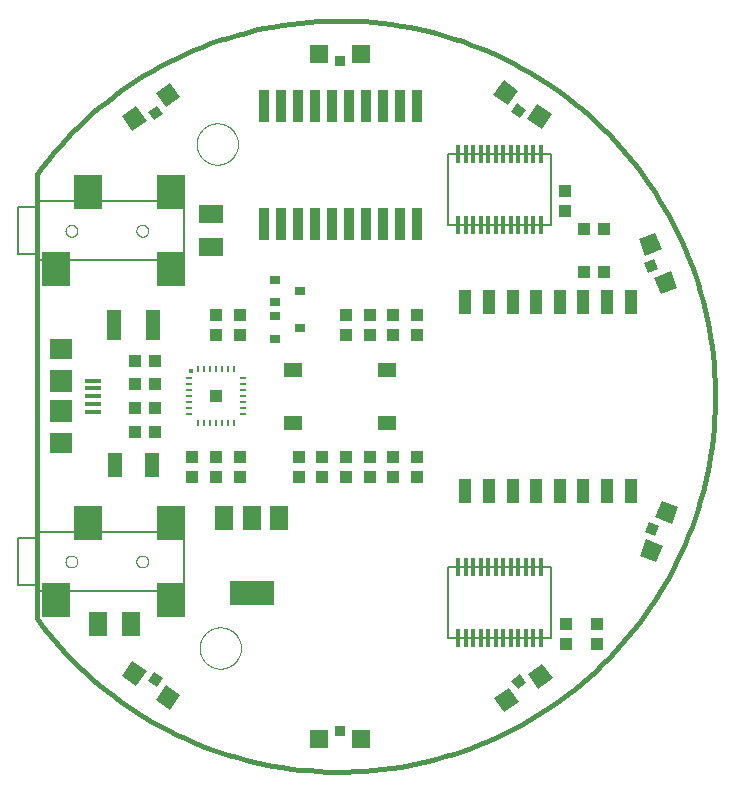
<source format=gtp>
G75*
%MOIN*%
%OFA0B0*%
%FSLAX25Y25*%
%IPPOS*%
%LPD*%
%AMOC8*
5,1,8,0,0,1.08239X$1,22.5*
%
%ADD10C,0.01600*%
%ADD11C,0.00000*%
%ADD12R,0.03937X0.04331*%
%ADD13R,0.04331X0.03937*%
%ADD14R,0.05906X0.07874*%
%ADD15R,0.14961X0.07874*%
%ADD16R,0.04724X0.07874*%
%ADD17R,0.03937X0.07874*%
%ADD18R,0.06102X0.05118*%
%ADD19R,0.05512X0.01378*%
%ADD20R,0.07480X0.07087*%
%ADD21R,0.07480X0.07480*%
%ADD22R,0.09449X0.11614*%
%ADD23C,0.00500*%
%ADD24R,0.03543X0.03543*%
%ADD25R,0.05906X0.05906*%
%ADD26R,0.03543X0.03543*%
%ADD27R,0.05906X0.05906*%
%ADD28R,0.02205X0.01024*%
%ADD29R,0.03937X0.03937*%
%ADD30R,0.01181X0.01181*%
%ADD31R,0.01024X0.02205*%
%ADD32R,0.04724X0.09843*%
%ADD33R,0.03543X0.11024*%
%ADD34R,0.01181X0.05906*%
%ADD35R,0.03543X0.03150*%
%ADD36R,0.07874X0.06299*%
%ADD37R,0.06299X0.07874*%
D10*
X0049772Y0066937D02*
X0049772Y0214969D01*
X0051614Y0217418D01*
X0053515Y0219821D01*
X0055474Y0222176D01*
X0057491Y0224483D01*
X0059563Y0226740D01*
X0061690Y0228946D01*
X0063871Y0231099D01*
X0066103Y0233198D01*
X0068386Y0235242D01*
X0070719Y0237229D01*
X0073099Y0239158D01*
X0075526Y0241029D01*
X0077998Y0242840D01*
X0080513Y0244589D01*
X0083071Y0246277D01*
X0085669Y0247901D01*
X0088306Y0249462D01*
X0090981Y0250957D01*
X0093691Y0252387D01*
X0096435Y0253749D01*
X0099212Y0255044D01*
X0102020Y0256271D01*
X0104857Y0257429D01*
X0107722Y0258517D01*
X0110612Y0259534D01*
X0113526Y0260481D01*
X0116463Y0261355D01*
X0119420Y0262158D01*
X0122396Y0262888D01*
X0125389Y0263545D01*
X0128397Y0264129D01*
X0131419Y0264638D01*
X0134452Y0265074D01*
X0137494Y0265435D01*
X0140545Y0265722D01*
X0143602Y0265934D01*
X0146663Y0266071D01*
X0149727Y0266133D01*
X0152791Y0266120D01*
X0155854Y0266032D01*
X0158913Y0265869D01*
X0161968Y0265632D01*
X0165016Y0265319D01*
X0168056Y0264932D01*
X0171085Y0264471D01*
X0174102Y0263936D01*
X0177105Y0263327D01*
X0180093Y0262645D01*
X0183062Y0261890D01*
X0186013Y0261062D01*
X0188942Y0260163D01*
X0191848Y0259192D01*
X0194730Y0258150D01*
X0197585Y0257038D01*
X0200412Y0255857D01*
X0203210Y0254606D01*
X0205976Y0253288D01*
X0208708Y0251902D01*
X0211407Y0250450D01*
X0214068Y0248932D01*
X0216692Y0247349D01*
X0219277Y0245703D01*
X0221820Y0243994D01*
X0224321Y0242223D01*
X0226777Y0240392D01*
X0229188Y0238501D01*
X0231552Y0236551D01*
X0233868Y0234544D01*
X0236133Y0232481D01*
X0238348Y0230364D01*
X0240510Y0228192D01*
X0242619Y0225969D01*
X0244672Y0223695D01*
X0246669Y0221370D01*
X0248608Y0218998D01*
X0250489Y0216579D01*
X0252310Y0214115D01*
X0254071Y0211607D01*
X0255769Y0209056D01*
X0257404Y0206465D01*
X0258976Y0203835D01*
X0260482Y0201167D01*
X0261923Y0198462D01*
X0263297Y0195724D01*
X0264604Y0192952D01*
X0265843Y0190149D01*
X0267012Y0187317D01*
X0268112Y0184457D01*
X0269142Y0181571D01*
X0270101Y0178661D01*
X0270988Y0175728D01*
X0271803Y0172774D01*
X0272546Y0169802D01*
X0273215Y0166811D01*
X0273811Y0163806D01*
X0274334Y0160787D01*
X0274782Y0157755D01*
X0275156Y0154714D01*
X0275456Y0151665D01*
X0275681Y0148609D01*
X0275831Y0145548D01*
X0275906Y0142485D01*
X0275906Y0139421D01*
X0275831Y0136358D01*
X0275681Y0133297D01*
X0275456Y0130241D01*
X0275156Y0127192D01*
X0274782Y0124151D01*
X0274334Y0121119D01*
X0273811Y0118100D01*
X0273215Y0115095D01*
X0272546Y0112104D01*
X0271803Y0109132D01*
X0270988Y0106178D01*
X0270101Y0103245D01*
X0269142Y0100335D01*
X0268112Y0097449D01*
X0267012Y0094589D01*
X0265843Y0091757D01*
X0264604Y0088954D01*
X0263297Y0086182D01*
X0261923Y0083444D01*
X0260482Y0080739D01*
X0258976Y0078071D01*
X0257404Y0075441D01*
X0255769Y0072850D01*
X0254071Y0070299D01*
X0252310Y0067791D01*
X0250489Y0065327D01*
X0248608Y0062908D01*
X0246669Y0060536D01*
X0244672Y0058211D01*
X0242619Y0055937D01*
X0240510Y0053714D01*
X0238348Y0051542D01*
X0236133Y0049425D01*
X0233868Y0047362D01*
X0231552Y0045355D01*
X0229188Y0043405D01*
X0226777Y0041514D01*
X0224321Y0039683D01*
X0221820Y0037912D01*
X0219277Y0036203D01*
X0216692Y0034557D01*
X0214068Y0032974D01*
X0211407Y0031456D01*
X0208708Y0030004D01*
X0205976Y0028618D01*
X0203210Y0027300D01*
X0200412Y0026049D01*
X0197585Y0024868D01*
X0194730Y0023756D01*
X0191848Y0022714D01*
X0188942Y0021743D01*
X0186013Y0020844D01*
X0183062Y0020016D01*
X0180093Y0019261D01*
X0177105Y0018579D01*
X0174102Y0017970D01*
X0171085Y0017435D01*
X0168056Y0016974D01*
X0165016Y0016587D01*
X0161968Y0016274D01*
X0158913Y0016037D01*
X0155854Y0015874D01*
X0152791Y0015786D01*
X0149727Y0015773D01*
X0146663Y0015835D01*
X0143602Y0015972D01*
X0140545Y0016184D01*
X0137494Y0016471D01*
X0134452Y0016832D01*
X0131419Y0017268D01*
X0128397Y0017777D01*
X0125389Y0018361D01*
X0122396Y0019018D01*
X0119420Y0019748D01*
X0116463Y0020551D01*
X0113526Y0021425D01*
X0110612Y0022372D01*
X0107722Y0023389D01*
X0104857Y0024477D01*
X0102020Y0025635D01*
X0099212Y0026862D01*
X0096435Y0028157D01*
X0093691Y0029519D01*
X0090981Y0030949D01*
X0088306Y0032444D01*
X0085669Y0034005D01*
X0083071Y0035629D01*
X0080513Y0037317D01*
X0077998Y0039066D01*
X0075526Y0040877D01*
X0073099Y0042748D01*
X0070719Y0044677D01*
X0068386Y0046664D01*
X0066103Y0048708D01*
X0063871Y0050807D01*
X0061690Y0052960D01*
X0059563Y0055166D01*
X0057491Y0057423D01*
X0055474Y0059730D01*
X0053515Y0062085D01*
X0051614Y0064488D01*
X0049772Y0066937D01*
D11*
X0059417Y0085835D02*
X0059419Y0085923D01*
X0059425Y0086011D01*
X0059435Y0086099D01*
X0059449Y0086187D01*
X0059466Y0086273D01*
X0059488Y0086359D01*
X0059513Y0086443D01*
X0059543Y0086527D01*
X0059575Y0086609D01*
X0059612Y0086689D01*
X0059652Y0086768D01*
X0059696Y0086845D01*
X0059743Y0086920D01*
X0059793Y0086992D01*
X0059847Y0087063D01*
X0059903Y0087130D01*
X0059963Y0087196D01*
X0060025Y0087258D01*
X0060091Y0087318D01*
X0060158Y0087374D01*
X0060229Y0087428D01*
X0060301Y0087478D01*
X0060376Y0087525D01*
X0060453Y0087569D01*
X0060532Y0087609D01*
X0060612Y0087646D01*
X0060694Y0087678D01*
X0060778Y0087708D01*
X0060862Y0087733D01*
X0060948Y0087755D01*
X0061034Y0087772D01*
X0061122Y0087786D01*
X0061210Y0087796D01*
X0061298Y0087802D01*
X0061386Y0087804D01*
X0061474Y0087802D01*
X0061562Y0087796D01*
X0061650Y0087786D01*
X0061738Y0087772D01*
X0061824Y0087755D01*
X0061910Y0087733D01*
X0061994Y0087708D01*
X0062078Y0087678D01*
X0062160Y0087646D01*
X0062240Y0087609D01*
X0062319Y0087569D01*
X0062396Y0087525D01*
X0062471Y0087478D01*
X0062543Y0087428D01*
X0062614Y0087374D01*
X0062681Y0087318D01*
X0062747Y0087258D01*
X0062809Y0087196D01*
X0062869Y0087130D01*
X0062925Y0087063D01*
X0062979Y0086992D01*
X0063029Y0086920D01*
X0063076Y0086845D01*
X0063120Y0086768D01*
X0063160Y0086689D01*
X0063197Y0086609D01*
X0063229Y0086527D01*
X0063259Y0086443D01*
X0063284Y0086359D01*
X0063306Y0086273D01*
X0063323Y0086187D01*
X0063337Y0086099D01*
X0063347Y0086011D01*
X0063353Y0085923D01*
X0063355Y0085835D01*
X0063353Y0085747D01*
X0063347Y0085659D01*
X0063337Y0085571D01*
X0063323Y0085483D01*
X0063306Y0085397D01*
X0063284Y0085311D01*
X0063259Y0085227D01*
X0063229Y0085143D01*
X0063197Y0085061D01*
X0063160Y0084981D01*
X0063120Y0084902D01*
X0063076Y0084825D01*
X0063029Y0084750D01*
X0062979Y0084678D01*
X0062925Y0084607D01*
X0062869Y0084540D01*
X0062809Y0084474D01*
X0062747Y0084412D01*
X0062681Y0084352D01*
X0062614Y0084296D01*
X0062543Y0084242D01*
X0062471Y0084192D01*
X0062396Y0084145D01*
X0062319Y0084101D01*
X0062240Y0084061D01*
X0062160Y0084024D01*
X0062078Y0083992D01*
X0061994Y0083962D01*
X0061910Y0083937D01*
X0061824Y0083915D01*
X0061738Y0083898D01*
X0061650Y0083884D01*
X0061562Y0083874D01*
X0061474Y0083868D01*
X0061386Y0083866D01*
X0061298Y0083868D01*
X0061210Y0083874D01*
X0061122Y0083884D01*
X0061034Y0083898D01*
X0060948Y0083915D01*
X0060862Y0083937D01*
X0060778Y0083962D01*
X0060694Y0083992D01*
X0060612Y0084024D01*
X0060532Y0084061D01*
X0060453Y0084101D01*
X0060376Y0084145D01*
X0060301Y0084192D01*
X0060229Y0084242D01*
X0060158Y0084296D01*
X0060091Y0084352D01*
X0060025Y0084412D01*
X0059963Y0084474D01*
X0059903Y0084540D01*
X0059847Y0084607D01*
X0059793Y0084678D01*
X0059743Y0084750D01*
X0059696Y0084825D01*
X0059652Y0084902D01*
X0059612Y0084981D01*
X0059575Y0085061D01*
X0059543Y0085143D01*
X0059513Y0085227D01*
X0059488Y0085311D01*
X0059466Y0085397D01*
X0059449Y0085483D01*
X0059435Y0085571D01*
X0059425Y0085659D01*
X0059419Y0085747D01*
X0059417Y0085835D01*
X0083039Y0085835D02*
X0083041Y0085923D01*
X0083047Y0086011D01*
X0083057Y0086099D01*
X0083071Y0086187D01*
X0083088Y0086273D01*
X0083110Y0086359D01*
X0083135Y0086443D01*
X0083165Y0086527D01*
X0083197Y0086609D01*
X0083234Y0086689D01*
X0083274Y0086768D01*
X0083318Y0086845D01*
X0083365Y0086920D01*
X0083415Y0086992D01*
X0083469Y0087063D01*
X0083525Y0087130D01*
X0083585Y0087196D01*
X0083647Y0087258D01*
X0083713Y0087318D01*
X0083780Y0087374D01*
X0083851Y0087428D01*
X0083923Y0087478D01*
X0083998Y0087525D01*
X0084075Y0087569D01*
X0084154Y0087609D01*
X0084234Y0087646D01*
X0084316Y0087678D01*
X0084400Y0087708D01*
X0084484Y0087733D01*
X0084570Y0087755D01*
X0084656Y0087772D01*
X0084744Y0087786D01*
X0084832Y0087796D01*
X0084920Y0087802D01*
X0085008Y0087804D01*
X0085096Y0087802D01*
X0085184Y0087796D01*
X0085272Y0087786D01*
X0085360Y0087772D01*
X0085446Y0087755D01*
X0085532Y0087733D01*
X0085616Y0087708D01*
X0085700Y0087678D01*
X0085782Y0087646D01*
X0085862Y0087609D01*
X0085941Y0087569D01*
X0086018Y0087525D01*
X0086093Y0087478D01*
X0086165Y0087428D01*
X0086236Y0087374D01*
X0086303Y0087318D01*
X0086369Y0087258D01*
X0086431Y0087196D01*
X0086491Y0087130D01*
X0086547Y0087063D01*
X0086601Y0086992D01*
X0086651Y0086920D01*
X0086698Y0086845D01*
X0086742Y0086768D01*
X0086782Y0086689D01*
X0086819Y0086609D01*
X0086851Y0086527D01*
X0086881Y0086443D01*
X0086906Y0086359D01*
X0086928Y0086273D01*
X0086945Y0086187D01*
X0086959Y0086099D01*
X0086969Y0086011D01*
X0086975Y0085923D01*
X0086977Y0085835D01*
X0086975Y0085747D01*
X0086969Y0085659D01*
X0086959Y0085571D01*
X0086945Y0085483D01*
X0086928Y0085397D01*
X0086906Y0085311D01*
X0086881Y0085227D01*
X0086851Y0085143D01*
X0086819Y0085061D01*
X0086782Y0084981D01*
X0086742Y0084902D01*
X0086698Y0084825D01*
X0086651Y0084750D01*
X0086601Y0084678D01*
X0086547Y0084607D01*
X0086491Y0084540D01*
X0086431Y0084474D01*
X0086369Y0084412D01*
X0086303Y0084352D01*
X0086236Y0084296D01*
X0086165Y0084242D01*
X0086093Y0084192D01*
X0086018Y0084145D01*
X0085941Y0084101D01*
X0085862Y0084061D01*
X0085782Y0084024D01*
X0085700Y0083992D01*
X0085616Y0083962D01*
X0085532Y0083937D01*
X0085446Y0083915D01*
X0085360Y0083898D01*
X0085272Y0083884D01*
X0085184Y0083874D01*
X0085096Y0083868D01*
X0085008Y0083866D01*
X0084920Y0083868D01*
X0084832Y0083874D01*
X0084744Y0083884D01*
X0084656Y0083898D01*
X0084570Y0083915D01*
X0084484Y0083937D01*
X0084400Y0083962D01*
X0084316Y0083992D01*
X0084234Y0084024D01*
X0084154Y0084061D01*
X0084075Y0084101D01*
X0083998Y0084145D01*
X0083923Y0084192D01*
X0083851Y0084242D01*
X0083780Y0084296D01*
X0083713Y0084352D01*
X0083647Y0084412D01*
X0083585Y0084474D01*
X0083525Y0084540D01*
X0083469Y0084607D01*
X0083415Y0084678D01*
X0083365Y0084750D01*
X0083318Y0084825D01*
X0083274Y0084902D01*
X0083234Y0084981D01*
X0083197Y0085061D01*
X0083165Y0085143D01*
X0083135Y0085227D01*
X0083110Y0085311D01*
X0083088Y0085397D01*
X0083071Y0085483D01*
X0083057Y0085571D01*
X0083047Y0085659D01*
X0083041Y0085747D01*
X0083039Y0085835D01*
X0104110Y0057000D02*
X0104112Y0057169D01*
X0104118Y0057338D01*
X0104129Y0057507D01*
X0104143Y0057675D01*
X0104162Y0057843D01*
X0104185Y0058011D01*
X0104211Y0058178D01*
X0104242Y0058344D01*
X0104277Y0058510D01*
X0104316Y0058674D01*
X0104360Y0058838D01*
X0104407Y0059000D01*
X0104458Y0059161D01*
X0104513Y0059321D01*
X0104572Y0059480D01*
X0104634Y0059637D01*
X0104701Y0059792D01*
X0104772Y0059946D01*
X0104846Y0060098D01*
X0104924Y0060248D01*
X0105005Y0060396D01*
X0105090Y0060542D01*
X0105179Y0060686D01*
X0105271Y0060828D01*
X0105367Y0060967D01*
X0105466Y0061104D01*
X0105568Y0061239D01*
X0105674Y0061371D01*
X0105783Y0061500D01*
X0105895Y0061627D01*
X0106010Y0061751D01*
X0106128Y0061872D01*
X0106249Y0061990D01*
X0106373Y0062105D01*
X0106500Y0062217D01*
X0106629Y0062326D01*
X0106761Y0062432D01*
X0106896Y0062534D01*
X0107033Y0062633D01*
X0107172Y0062729D01*
X0107314Y0062821D01*
X0107458Y0062910D01*
X0107604Y0062995D01*
X0107752Y0063076D01*
X0107902Y0063154D01*
X0108054Y0063228D01*
X0108208Y0063299D01*
X0108363Y0063366D01*
X0108520Y0063428D01*
X0108679Y0063487D01*
X0108839Y0063542D01*
X0109000Y0063593D01*
X0109162Y0063640D01*
X0109326Y0063684D01*
X0109490Y0063723D01*
X0109656Y0063758D01*
X0109822Y0063789D01*
X0109989Y0063815D01*
X0110157Y0063838D01*
X0110325Y0063857D01*
X0110493Y0063871D01*
X0110662Y0063882D01*
X0110831Y0063888D01*
X0111000Y0063890D01*
X0111169Y0063888D01*
X0111338Y0063882D01*
X0111507Y0063871D01*
X0111675Y0063857D01*
X0111843Y0063838D01*
X0112011Y0063815D01*
X0112178Y0063789D01*
X0112344Y0063758D01*
X0112510Y0063723D01*
X0112674Y0063684D01*
X0112838Y0063640D01*
X0113000Y0063593D01*
X0113161Y0063542D01*
X0113321Y0063487D01*
X0113480Y0063428D01*
X0113637Y0063366D01*
X0113792Y0063299D01*
X0113946Y0063228D01*
X0114098Y0063154D01*
X0114248Y0063076D01*
X0114396Y0062995D01*
X0114542Y0062910D01*
X0114686Y0062821D01*
X0114828Y0062729D01*
X0114967Y0062633D01*
X0115104Y0062534D01*
X0115239Y0062432D01*
X0115371Y0062326D01*
X0115500Y0062217D01*
X0115627Y0062105D01*
X0115751Y0061990D01*
X0115872Y0061872D01*
X0115990Y0061751D01*
X0116105Y0061627D01*
X0116217Y0061500D01*
X0116326Y0061371D01*
X0116432Y0061239D01*
X0116534Y0061104D01*
X0116633Y0060967D01*
X0116729Y0060828D01*
X0116821Y0060686D01*
X0116910Y0060542D01*
X0116995Y0060396D01*
X0117076Y0060248D01*
X0117154Y0060098D01*
X0117228Y0059946D01*
X0117299Y0059792D01*
X0117366Y0059637D01*
X0117428Y0059480D01*
X0117487Y0059321D01*
X0117542Y0059161D01*
X0117593Y0059000D01*
X0117640Y0058838D01*
X0117684Y0058674D01*
X0117723Y0058510D01*
X0117758Y0058344D01*
X0117789Y0058178D01*
X0117815Y0058011D01*
X0117838Y0057843D01*
X0117857Y0057675D01*
X0117871Y0057507D01*
X0117882Y0057338D01*
X0117888Y0057169D01*
X0117890Y0057000D01*
X0117888Y0056831D01*
X0117882Y0056662D01*
X0117871Y0056493D01*
X0117857Y0056325D01*
X0117838Y0056157D01*
X0117815Y0055989D01*
X0117789Y0055822D01*
X0117758Y0055656D01*
X0117723Y0055490D01*
X0117684Y0055326D01*
X0117640Y0055162D01*
X0117593Y0055000D01*
X0117542Y0054839D01*
X0117487Y0054679D01*
X0117428Y0054520D01*
X0117366Y0054363D01*
X0117299Y0054208D01*
X0117228Y0054054D01*
X0117154Y0053902D01*
X0117076Y0053752D01*
X0116995Y0053604D01*
X0116910Y0053458D01*
X0116821Y0053314D01*
X0116729Y0053172D01*
X0116633Y0053033D01*
X0116534Y0052896D01*
X0116432Y0052761D01*
X0116326Y0052629D01*
X0116217Y0052500D01*
X0116105Y0052373D01*
X0115990Y0052249D01*
X0115872Y0052128D01*
X0115751Y0052010D01*
X0115627Y0051895D01*
X0115500Y0051783D01*
X0115371Y0051674D01*
X0115239Y0051568D01*
X0115104Y0051466D01*
X0114967Y0051367D01*
X0114828Y0051271D01*
X0114686Y0051179D01*
X0114542Y0051090D01*
X0114396Y0051005D01*
X0114248Y0050924D01*
X0114098Y0050846D01*
X0113946Y0050772D01*
X0113792Y0050701D01*
X0113637Y0050634D01*
X0113480Y0050572D01*
X0113321Y0050513D01*
X0113161Y0050458D01*
X0113000Y0050407D01*
X0112838Y0050360D01*
X0112674Y0050316D01*
X0112510Y0050277D01*
X0112344Y0050242D01*
X0112178Y0050211D01*
X0112011Y0050185D01*
X0111843Y0050162D01*
X0111675Y0050143D01*
X0111507Y0050129D01*
X0111338Y0050118D01*
X0111169Y0050112D01*
X0111000Y0050110D01*
X0110831Y0050112D01*
X0110662Y0050118D01*
X0110493Y0050129D01*
X0110325Y0050143D01*
X0110157Y0050162D01*
X0109989Y0050185D01*
X0109822Y0050211D01*
X0109656Y0050242D01*
X0109490Y0050277D01*
X0109326Y0050316D01*
X0109162Y0050360D01*
X0109000Y0050407D01*
X0108839Y0050458D01*
X0108679Y0050513D01*
X0108520Y0050572D01*
X0108363Y0050634D01*
X0108208Y0050701D01*
X0108054Y0050772D01*
X0107902Y0050846D01*
X0107752Y0050924D01*
X0107604Y0051005D01*
X0107458Y0051090D01*
X0107314Y0051179D01*
X0107172Y0051271D01*
X0107033Y0051367D01*
X0106896Y0051466D01*
X0106761Y0051568D01*
X0106629Y0051674D01*
X0106500Y0051783D01*
X0106373Y0051895D01*
X0106249Y0052010D01*
X0106128Y0052128D01*
X0106010Y0052249D01*
X0105895Y0052373D01*
X0105783Y0052500D01*
X0105674Y0052629D01*
X0105568Y0052761D01*
X0105466Y0052896D01*
X0105367Y0053033D01*
X0105271Y0053172D01*
X0105179Y0053314D01*
X0105090Y0053458D01*
X0105005Y0053604D01*
X0104924Y0053752D01*
X0104846Y0053902D01*
X0104772Y0054054D01*
X0104701Y0054208D01*
X0104634Y0054363D01*
X0104572Y0054520D01*
X0104513Y0054679D01*
X0104458Y0054839D01*
X0104407Y0055000D01*
X0104360Y0055162D01*
X0104316Y0055326D01*
X0104277Y0055490D01*
X0104242Y0055656D01*
X0104211Y0055822D01*
X0104185Y0055989D01*
X0104162Y0056157D01*
X0104143Y0056325D01*
X0104129Y0056493D01*
X0104118Y0056662D01*
X0104112Y0056831D01*
X0104110Y0057000D01*
X0083039Y0196071D02*
X0083041Y0196159D01*
X0083047Y0196247D01*
X0083057Y0196335D01*
X0083071Y0196423D01*
X0083088Y0196509D01*
X0083110Y0196595D01*
X0083135Y0196679D01*
X0083165Y0196763D01*
X0083197Y0196845D01*
X0083234Y0196925D01*
X0083274Y0197004D01*
X0083318Y0197081D01*
X0083365Y0197156D01*
X0083415Y0197228D01*
X0083469Y0197299D01*
X0083525Y0197366D01*
X0083585Y0197432D01*
X0083647Y0197494D01*
X0083713Y0197554D01*
X0083780Y0197610D01*
X0083851Y0197664D01*
X0083923Y0197714D01*
X0083998Y0197761D01*
X0084075Y0197805D01*
X0084154Y0197845D01*
X0084234Y0197882D01*
X0084316Y0197914D01*
X0084400Y0197944D01*
X0084484Y0197969D01*
X0084570Y0197991D01*
X0084656Y0198008D01*
X0084744Y0198022D01*
X0084832Y0198032D01*
X0084920Y0198038D01*
X0085008Y0198040D01*
X0085096Y0198038D01*
X0085184Y0198032D01*
X0085272Y0198022D01*
X0085360Y0198008D01*
X0085446Y0197991D01*
X0085532Y0197969D01*
X0085616Y0197944D01*
X0085700Y0197914D01*
X0085782Y0197882D01*
X0085862Y0197845D01*
X0085941Y0197805D01*
X0086018Y0197761D01*
X0086093Y0197714D01*
X0086165Y0197664D01*
X0086236Y0197610D01*
X0086303Y0197554D01*
X0086369Y0197494D01*
X0086431Y0197432D01*
X0086491Y0197366D01*
X0086547Y0197299D01*
X0086601Y0197228D01*
X0086651Y0197156D01*
X0086698Y0197081D01*
X0086742Y0197004D01*
X0086782Y0196925D01*
X0086819Y0196845D01*
X0086851Y0196763D01*
X0086881Y0196679D01*
X0086906Y0196595D01*
X0086928Y0196509D01*
X0086945Y0196423D01*
X0086959Y0196335D01*
X0086969Y0196247D01*
X0086975Y0196159D01*
X0086977Y0196071D01*
X0086975Y0195983D01*
X0086969Y0195895D01*
X0086959Y0195807D01*
X0086945Y0195719D01*
X0086928Y0195633D01*
X0086906Y0195547D01*
X0086881Y0195463D01*
X0086851Y0195379D01*
X0086819Y0195297D01*
X0086782Y0195217D01*
X0086742Y0195138D01*
X0086698Y0195061D01*
X0086651Y0194986D01*
X0086601Y0194914D01*
X0086547Y0194843D01*
X0086491Y0194776D01*
X0086431Y0194710D01*
X0086369Y0194648D01*
X0086303Y0194588D01*
X0086236Y0194532D01*
X0086165Y0194478D01*
X0086093Y0194428D01*
X0086018Y0194381D01*
X0085941Y0194337D01*
X0085862Y0194297D01*
X0085782Y0194260D01*
X0085700Y0194228D01*
X0085616Y0194198D01*
X0085532Y0194173D01*
X0085446Y0194151D01*
X0085360Y0194134D01*
X0085272Y0194120D01*
X0085184Y0194110D01*
X0085096Y0194104D01*
X0085008Y0194102D01*
X0084920Y0194104D01*
X0084832Y0194110D01*
X0084744Y0194120D01*
X0084656Y0194134D01*
X0084570Y0194151D01*
X0084484Y0194173D01*
X0084400Y0194198D01*
X0084316Y0194228D01*
X0084234Y0194260D01*
X0084154Y0194297D01*
X0084075Y0194337D01*
X0083998Y0194381D01*
X0083923Y0194428D01*
X0083851Y0194478D01*
X0083780Y0194532D01*
X0083713Y0194588D01*
X0083647Y0194648D01*
X0083585Y0194710D01*
X0083525Y0194776D01*
X0083469Y0194843D01*
X0083415Y0194914D01*
X0083365Y0194986D01*
X0083318Y0195061D01*
X0083274Y0195138D01*
X0083234Y0195217D01*
X0083197Y0195297D01*
X0083165Y0195379D01*
X0083135Y0195463D01*
X0083110Y0195547D01*
X0083088Y0195633D01*
X0083071Y0195719D01*
X0083057Y0195807D01*
X0083047Y0195895D01*
X0083041Y0195983D01*
X0083039Y0196071D01*
X0059417Y0196071D02*
X0059419Y0196159D01*
X0059425Y0196247D01*
X0059435Y0196335D01*
X0059449Y0196423D01*
X0059466Y0196509D01*
X0059488Y0196595D01*
X0059513Y0196679D01*
X0059543Y0196763D01*
X0059575Y0196845D01*
X0059612Y0196925D01*
X0059652Y0197004D01*
X0059696Y0197081D01*
X0059743Y0197156D01*
X0059793Y0197228D01*
X0059847Y0197299D01*
X0059903Y0197366D01*
X0059963Y0197432D01*
X0060025Y0197494D01*
X0060091Y0197554D01*
X0060158Y0197610D01*
X0060229Y0197664D01*
X0060301Y0197714D01*
X0060376Y0197761D01*
X0060453Y0197805D01*
X0060532Y0197845D01*
X0060612Y0197882D01*
X0060694Y0197914D01*
X0060778Y0197944D01*
X0060862Y0197969D01*
X0060948Y0197991D01*
X0061034Y0198008D01*
X0061122Y0198022D01*
X0061210Y0198032D01*
X0061298Y0198038D01*
X0061386Y0198040D01*
X0061474Y0198038D01*
X0061562Y0198032D01*
X0061650Y0198022D01*
X0061738Y0198008D01*
X0061824Y0197991D01*
X0061910Y0197969D01*
X0061994Y0197944D01*
X0062078Y0197914D01*
X0062160Y0197882D01*
X0062240Y0197845D01*
X0062319Y0197805D01*
X0062396Y0197761D01*
X0062471Y0197714D01*
X0062543Y0197664D01*
X0062614Y0197610D01*
X0062681Y0197554D01*
X0062747Y0197494D01*
X0062809Y0197432D01*
X0062869Y0197366D01*
X0062925Y0197299D01*
X0062979Y0197228D01*
X0063029Y0197156D01*
X0063076Y0197081D01*
X0063120Y0197004D01*
X0063160Y0196925D01*
X0063197Y0196845D01*
X0063229Y0196763D01*
X0063259Y0196679D01*
X0063284Y0196595D01*
X0063306Y0196509D01*
X0063323Y0196423D01*
X0063337Y0196335D01*
X0063347Y0196247D01*
X0063353Y0196159D01*
X0063355Y0196071D01*
X0063353Y0195983D01*
X0063347Y0195895D01*
X0063337Y0195807D01*
X0063323Y0195719D01*
X0063306Y0195633D01*
X0063284Y0195547D01*
X0063259Y0195463D01*
X0063229Y0195379D01*
X0063197Y0195297D01*
X0063160Y0195217D01*
X0063120Y0195138D01*
X0063076Y0195061D01*
X0063029Y0194986D01*
X0062979Y0194914D01*
X0062925Y0194843D01*
X0062869Y0194776D01*
X0062809Y0194710D01*
X0062747Y0194648D01*
X0062681Y0194588D01*
X0062614Y0194532D01*
X0062543Y0194478D01*
X0062471Y0194428D01*
X0062396Y0194381D01*
X0062319Y0194337D01*
X0062240Y0194297D01*
X0062160Y0194260D01*
X0062078Y0194228D01*
X0061994Y0194198D01*
X0061910Y0194173D01*
X0061824Y0194151D01*
X0061738Y0194134D01*
X0061650Y0194120D01*
X0061562Y0194110D01*
X0061474Y0194104D01*
X0061386Y0194102D01*
X0061298Y0194104D01*
X0061210Y0194110D01*
X0061122Y0194120D01*
X0061034Y0194134D01*
X0060948Y0194151D01*
X0060862Y0194173D01*
X0060778Y0194198D01*
X0060694Y0194228D01*
X0060612Y0194260D01*
X0060532Y0194297D01*
X0060453Y0194337D01*
X0060376Y0194381D01*
X0060301Y0194428D01*
X0060229Y0194478D01*
X0060158Y0194532D01*
X0060091Y0194588D01*
X0060025Y0194648D01*
X0059963Y0194710D01*
X0059903Y0194776D01*
X0059847Y0194843D01*
X0059793Y0194914D01*
X0059743Y0194986D01*
X0059696Y0195061D01*
X0059652Y0195138D01*
X0059612Y0195217D01*
X0059575Y0195297D01*
X0059543Y0195379D01*
X0059513Y0195463D01*
X0059488Y0195547D01*
X0059466Y0195633D01*
X0059449Y0195719D01*
X0059435Y0195807D01*
X0059425Y0195895D01*
X0059419Y0195983D01*
X0059417Y0196071D01*
X0103110Y0225000D02*
X0103112Y0225169D01*
X0103118Y0225338D01*
X0103129Y0225507D01*
X0103143Y0225675D01*
X0103162Y0225843D01*
X0103185Y0226011D01*
X0103211Y0226178D01*
X0103242Y0226344D01*
X0103277Y0226510D01*
X0103316Y0226674D01*
X0103360Y0226838D01*
X0103407Y0227000D01*
X0103458Y0227161D01*
X0103513Y0227321D01*
X0103572Y0227480D01*
X0103634Y0227637D01*
X0103701Y0227792D01*
X0103772Y0227946D01*
X0103846Y0228098D01*
X0103924Y0228248D01*
X0104005Y0228396D01*
X0104090Y0228542D01*
X0104179Y0228686D01*
X0104271Y0228828D01*
X0104367Y0228967D01*
X0104466Y0229104D01*
X0104568Y0229239D01*
X0104674Y0229371D01*
X0104783Y0229500D01*
X0104895Y0229627D01*
X0105010Y0229751D01*
X0105128Y0229872D01*
X0105249Y0229990D01*
X0105373Y0230105D01*
X0105500Y0230217D01*
X0105629Y0230326D01*
X0105761Y0230432D01*
X0105896Y0230534D01*
X0106033Y0230633D01*
X0106172Y0230729D01*
X0106314Y0230821D01*
X0106458Y0230910D01*
X0106604Y0230995D01*
X0106752Y0231076D01*
X0106902Y0231154D01*
X0107054Y0231228D01*
X0107208Y0231299D01*
X0107363Y0231366D01*
X0107520Y0231428D01*
X0107679Y0231487D01*
X0107839Y0231542D01*
X0108000Y0231593D01*
X0108162Y0231640D01*
X0108326Y0231684D01*
X0108490Y0231723D01*
X0108656Y0231758D01*
X0108822Y0231789D01*
X0108989Y0231815D01*
X0109157Y0231838D01*
X0109325Y0231857D01*
X0109493Y0231871D01*
X0109662Y0231882D01*
X0109831Y0231888D01*
X0110000Y0231890D01*
X0110169Y0231888D01*
X0110338Y0231882D01*
X0110507Y0231871D01*
X0110675Y0231857D01*
X0110843Y0231838D01*
X0111011Y0231815D01*
X0111178Y0231789D01*
X0111344Y0231758D01*
X0111510Y0231723D01*
X0111674Y0231684D01*
X0111838Y0231640D01*
X0112000Y0231593D01*
X0112161Y0231542D01*
X0112321Y0231487D01*
X0112480Y0231428D01*
X0112637Y0231366D01*
X0112792Y0231299D01*
X0112946Y0231228D01*
X0113098Y0231154D01*
X0113248Y0231076D01*
X0113396Y0230995D01*
X0113542Y0230910D01*
X0113686Y0230821D01*
X0113828Y0230729D01*
X0113967Y0230633D01*
X0114104Y0230534D01*
X0114239Y0230432D01*
X0114371Y0230326D01*
X0114500Y0230217D01*
X0114627Y0230105D01*
X0114751Y0229990D01*
X0114872Y0229872D01*
X0114990Y0229751D01*
X0115105Y0229627D01*
X0115217Y0229500D01*
X0115326Y0229371D01*
X0115432Y0229239D01*
X0115534Y0229104D01*
X0115633Y0228967D01*
X0115729Y0228828D01*
X0115821Y0228686D01*
X0115910Y0228542D01*
X0115995Y0228396D01*
X0116076Y0228248D01*
X0116154Y0228098D01*
X0116228Y0227946D01*
X0116299Y0227792D01*
X0116366Y0227637D01*
X0116428Y0227480D01*
X0116487Y0227321D01*
X0116542Y0227161D01*
X0116593Y0227000D01*
X0116640Y0226838D01*
X0116684Y0226674D01*
X0116723Y0226510D01*
X0116758Y0226344D01*
X0116789Y0226178D01*
X0116815Y0226011D01*
X0116838Y0225843D01*
X0116857Y0225675D01*
X0116871Y0225507D01*
X0116882Y0225338D01*
X0116888Y0225169D01*
X0116890Y0225000D01*
X0116888Y0224831D01*
X0116882Y0224662D01*
X0116871Y0224493D01*
X0116857Y0224325D01*
X0116838Y0224157D01*
X0116815Y0223989D01*
X0116789Y0223822D01*
X0116758Y0223656D01*
X0116723Y0223490D01*
X0116684Y0223326D01*
X0116640Y0223162D01*
X0116593Y0223000D01*
X0116542Y0222839D01*
X0116487Y0222679D01*
X0116428Y0222520D01*
X0116366Y0222363D01*
X0116299Y0222208D01*
X0116228Y0222054D01*
X0116154Y0221902D01*
X0116076Y0221752D01*
X0115995Y0221604D01*
X0115910Y0221458D01*
X0115821Y0221314D01*
X0115729Y0221172D01*
X0115633Y0221033D01*
X0115534Y0220896D01*
X0115432Y0220761D01*
X0115326Y0220629D01*
X0115217Y0220500D01*
X0115105Y0220373D01*
X0114990Y0220249D01*
X0114872Y0220128D01*
X0114751Y0220010D01*
X0114627Y0219895D01*
X0114500Y0219783D01*
X0114371Y0219674D01*
X0114239Y0219568D01*
X0114104Y0219466D01*
X0113967Y0219367D01*
X0113828Y0219271D01*
X0113686Y0219179D01*
X0113542Y0219090D01*
X0113396Y0219005D01*
X0113248Y0218924D01*
X0113098Y0218846D01*
X0112946Y0218772D01*
X0112792Y0218701D01*
X0112637Y0218634D01*
X0112480Y0218572D01*
X0112321Y0218513D01*
X0112161Y0218458D01*
X0112000Y0218407D01*
X0111838Y0218360D01*
X0111674Y0218316D01*
X0111510Y0218277D01*
X0111344Y0218242D01*
X0111178Y0218211D01*
X0111011Y0218185D01*
X0110843Y0218162D01*
X0110675Y0218143D01*
X0110507Y0218129D01*
X0110338Y0218118D01*
X0110169Y0218112D01*
X0110000Y0218110D01*
X0109831Y0218112D01*
X0109662Y0218118D01*
X0109493Y0218129D01*
X0109325Y0218143D01*
X0109157Y0218162D01*
X0108989Y0218185D01*
X0108822Y0218211D01*
X0108656Y0218242D01*
X0108490Y0218277D01*
X0108326Y0218316D01*
X0108162Y0218360D01*
X0108000Y0218407D01*
X0107839Y0218458D01*
X0107679Y0218513D01*
X0107520Y0218572D01*
X0107363Y0218634D01*
X0107208Y0218701D01*
X0107054Y0218772D01*
X0106902Y0218846D01*
X0106752Y0218924D01*
X0106604Y0219005D01*
X0106458Y0219090D01*
X0106314Y0219179D01*
X0106172Y0219271D01*
X0106033Y0219367D01*
X0105896Y0219466D01*
X0105761Y0219568D01*
X0105629Y0219674D01*
X0105500Y0219783D01*
X0105373Y0219895D01*
X0105249Y0220010D01*
X0105128Y0220128D01*
X0105010Y0220249D01*
X0104895Y0220373D01*
X0104783Y0220500D01*
X0104674Y0220629D01*
X0104568Y0220761D01*
X0104466Y0220896D01*
X0104367Y0221033D01*
X0104271Y0221172D01*
X0104179Y0221314D01*
X0104090Y0221458D01*
X0104005Y0221604D01*
X0103924Y0221752D01*
X0103846Y0221902D01*
X0103772Y0222054D01*
X0103701Y0222208D01*
X0103634Y0222363D01*
X0103572Y0222520D01*
X0103513Y0222679D01*
X0103458Y0222839D01*
X0103407Y0223000D01*
X0103360Y0223162D01*
X0103316Y0223326D01*
X0103277Y0223490D01*
X0103242Y0223656D01*
X0103211Y0223822D01*
X0103185Y0223989D01*
X0103162Y0224157D01*
X0103143Y0224325D01*
X0103129Y0224493D01*
X0103118Y0224662D01*
X0103112Y0224831D01*
X0103110Y0225000D01*
D12*
X0168669Y0167921D03*
X0168669Y0161228D03*
X0225756Y0202598D03*
X0225756Y0209291D03*
X0232260Y0196591D03*
X0238953Y0196591D03*
X0238945Y0182291D03*
X0232252Y0182291D03*
X0101740Y0120677D03*
X0101740Y0113984D03*
X0089339Y0145047D03*
X0082646Y0145047D03*
X0082685Y0152764D03*
X0089378Y0152764D03*
X0226150Y0064976D03*
X0226150Y0058283D03*
D13*
X0236425Y0058299D03*
X0236425Y0064992D03*
X0176543Y0113984D03*
X0176543Y0120677D03*
X0168669Y0120677D03*
X0168669Y0113984D03*
X0160795Y0113984D03*
X0160795Y0120677D03*
X0152921Y0120677D03*
X0152921Y0113984D03*
X0145047Y0113984D03*
X0145047Y0120677D03*
X0137173Y0120677D03*
X0137173Y0113984D03*
X0117488Y0113984D03*
X0117488Y0120677D03*
X0109614Y0120677D03*
X0109614Y0113984D03*
X0089339Y0129142D03*
X0082646Y0129142D03*
X0082646Y0137016D03*
X0089339Y0137016D03*
X0109614Y0161228D03*
X0117488Y0161228D03*
X0117488Y0167921D03*
X0109614Y0167921D03*
X0152921Y0167921D03*
X0160795Y0167921D03*
X0160795Y0161228D03*
X0152921Y0161228D03*
X0176543Y0161228D03*
X0176543Y0167921D03*
D14*
X0130480Y0100205D03*
X0121425Y0100205D03*
X0112370Y0100205D03*
D15*
X0121425Y0075402D03*
D16*
X0088354Y0117961D03*
X0075756Y0117961D03*
D17*
X0192685Y0109457D03*
X0200559Y0109457D03*
X0208433Y0109457D03*
X0216307Y0109457D03*
X0224181Y0109457D03*
X0232055Y0109457D03*
X0239929Y0109457D03*
X0247803Y0109457D03*
X0247803Y0172449D03*
X0239929Y0172449D03*
X0232055Y0172449D03*
X0224181Y0172449D03*
X0216307Y0172449D03*
X0208433Y0172449D03*
X0200559Y0172449D03*
X0192685Y0172449D03*
D18*
X0166602Y0149811D03*
X0166602Y0132094D03*
X0135303Y0132094D03*
X0135303Y0149811D03*
D19*
X0068512Y0146071D03*
X0068512Y0143512D03*
X0068512Y0140953D03*
X0068512Y0138394D03*
X0068512Y0135835D03*
D20*
X0058079Y0125205D03*
X0058079Y0156701D03*
D21*
X0058079Y0145953D03*
X0058079Y0135953D03*
D22*
X0066898Y0098728D03*
X0094457Y0098728D03*
X0094457Y0072941D03*
X0056268Y0072941D03*
X0056268Y0183177D03*
X0066898Y0208965D03*
X0094457Y0208965D03*
X0094457Y0183177D03*
D23*
X0098787Y0186228D02*
X0098787Y0205913D01*
X0049575Y0205913D01*
X0049575Y0203945D01*
X0043669Y0203945D01*
X0043669Y0188197D01*
X0049575Y0188197D01*
X0049575Y0186228D01*
X0098787Y0186228D01*
X0187055Y0198039D02*
X0187055Y0221661D01*
X0221150Y0221661D01*
X0221150Y0198039D01*
X0187055Y0198039D01*
X0098787Y0095677D02*
X0098787Y0075992D01*
X0049575Y0075992D01*
X0049575Y0077961D01*
X0043669Y0077961D01*
X0043669Y0093709D01*
X0049575Y0093709D01*
X0049575Y0095677D01*
X0098787Y0095677D01*
X0187055Y0083866D02*
X0187055Y0060244D01*
X0221150Y0060244D01*
X0221150Y0083866D01*
X0187055Y0083866D01*
D24*
X0150953Y0029339D03*
X0150953Y0252567D03*
D25*
X0157843Y0255126D03*
X0144063Y0255126D03*
X0144063Y0026780D03*
X0157843Y0026780D03*
D26*
G36*
X0210982Y0048192D02*
X0213014Y0045292D01*
X0210114Y0043260D01*
X0208082Y0046160D01*
X0210982Y0048192D01*
G37*
G36*
X0253862Y0099098D02*
X0257145Y0097771D01*
X0255818Y0094488D01*
X0252535Y0095815D01*
X0253862Y0099098D01*
G37*
G36*
X0252259Y0185185D02*
X0255542Y0186512D01*
X0256869Y0183229D01*
X0253586Y0181902D01*
X0252259Y0185185D01*
G37*
G36*
X0207885Y0235627D02*
X0209917Y0238527D01*
X0212817Y0236495D01*
X0210785Y0233595D01*
X0207885Y0235627D01*
G37*
G36*
X0088994Y0232847D02*
X0086962Y0235747D01*
X0089862Y0237779D01*
X0091894Y0234879D01*
X0088994Y0232847D01*
G37*
G36*
X0091894Y0047026D02*
X0089862Y0044126D01*
X0086962Y0046158D01*
X0088994Y0049058D01*
X0091894Y0047026D01*
G37*
D27*
G36*
X0097716Y0041269D02*
X0094329Y0036432D01*
X0089492Y0039819D01*
X0092879Y0044656D01*
X0097716Y0041269D01*
G37*
G36*
X0086429Y0049173D02*
X0083042Y0044336D01*
X0078205Y0047723D01*
X0081592Y0052560D01*
X0086429Y0049173D01*
G37*
G36*
X0207097Y0043790D02*
X0210484Y0038953D01*
X0205647Y0035566D01*
X0202260Y0040403D01*
X0207097Y0043790D01*
G37*
G36*
X0218385Y0051694D02*
X0221772Y0046857D01*
X0216935Y0043470D01*
X0213548Y0048307D01*
X0218385Y0051694D01*
G37*
G36*
X0253001Y0093291D02*
X0258476Y0091078D01*
X0256263Y0085603D01*
X0250788Y0087816D01*
X0253001Y0093291D01*
G37*
G36*
X0258163Y0106067D02*
X0263638Y0103854D01*
X0261425Y0098379D01*
X0255950Y0100592D01*
X0258163Y0106067D01*
G37*
G36*
X0255674Y0180408D02*
X0261149Y0182621D01*
X0263362Y0177146D01*
X0257887Y0174933D01*
X0255674Y0180408D01*
G37*
G36*
X0250512Y0193184D02*
X0255987Y0195397D01*
X0258200Y0189922D01*
X0252725Y0187709D01*
X0250512Y0193184D01*
G37*
G36*
X0213351Y0233481D02*
X0216738Y0238318D01*
X0221575Y0234931D01*
X0218188Y0230094D01*
X0213351Y0233481D01*
G37*
G36*
X0202063Y0241384D02*
X0205450Y0246221D01*
X0210287Y0242834D01*
X0206900Y0237997D01*
X0202063Y0241384D01*
G37*
G36*
X0092879Y0237249D02*
X0089492Y0242086D01*
X0094329Y0245473D01*
X0097716Y0240636D01*
X0092879Y0237249D01*
G37*
G36*
X0081592Y0229346D02*
X0078205Y0234183D01*
X0083042Y0237570D01*
X0086429Y0232733D01*
X0081592Y0229346D01*
G37*
D28*
X0100559Y0146858D03*
X0100559Y0144890D03*
X0100559Y0142921D03*
X0100559Y0140953D03*
X0100559Y0138984D03*
X0100559Y0137016D03*
X0100559Y0135047D03*
X0118669Y0135047D03*
X0118669Y0137016D03*
X0118669Y0138984D03*
X0118669Y0140953D03*
X0118669Y0142921D03*
X0118669Y0144890D03*
X0118669Y0146858D03*
D29*
X0109614Y0140953D03*
D30*
X0101346Y0149220D03*
D31*
X0103709Y0150008D03*
X0105677Y0150008D03*
X0107646Y0150008D03*
X0109614Y0150008D03*
X0111583Y0150008D03*
X0113551Y0150008D03*
X0115520Y0150008D03*
X0115520Y0131898D03*
X0113551Y0131898D03*
X0111583Y0131898D03*
X0109614Y0131898D03*
X0107646Y0131898D03*
X0105677Y0131898D03*
X0103709Y0131898D03*
D32*
X0088551Y0164575D03*
X0075559Y0164575D03*
D33*
X0125441Y0198197D03*
X0131110Y0198197D03*
X0136780Y0198197D03*
X0142449Y0198197D03*
X0148118Y0198197D03*
X0153787Y0198197D03*
X0159457Y0198197D03*
X0165126Y0198197D03*
X0170795Y0198197D03*
X0176465Y0198197D03*
X0176465Y0237567D03*
X0170795Y0237567D03*
X0165126Y0237567D03*
X0159457Y0237567D03*
X0153787Y0237567D03*
X0148118Y0237567D03*
X0142449Y0237567D03*
X0136780Y0237567D03*
X0131110Y0237567D03*
X0125441Y0237567D03*
D34*
X0190352Y0221661D03*
X0192852Y0221661D03*
X0195352Y0221661D03*
X0197852Y0221661D03*
X0200352Y0221661D03*
X0202852Y0221661D03*
X0205352Y0221661D03*
X0207852Y0221661D03*
X0210352Y0221661D03*
X0212852Y0221661D03*
X0215352Y0221661D03*
X0217852Y0221661D03*
X0217852Y0198039D03*
X0215352Y0198039D03*
X0212852Y0198039D03*
X0210352Y0198039D03*
X0207852Y0198039D03*
X0205352Y0198039D03*
X0202852Y0198039D03*
X0200352Y0198039D03*
X0197852Y0198039D03*
X0195352Y0198039D03*
X0192852Y0198039D03*
X0190352Y0198039D03*
X0190352Y0083866D03*
X0192852Y0083866D03*
X0195352Y0083866D03*
X0197852Y0083866D03*
X0200352Y0083866D03*
X0202852Y0083866D03*
X0205352Y0083866D03*
X0207852Y0083866D03*
X0210352Y0083866D03*
X0212852Y0083866D03*
X0215352Y0083866D03*
X0217852Y0083866D03*
X0217852Y0060244D03*
X0215352Y0060244D03*
X0212852Y0060244D03*
X0210352Y0060244D03*
X0207852Y0060244D03*
X0205352Y0060244D03*
X0202852Y0060244D03*
X0200352Y0060244D03*
X0197852Y0060244D03*
X0195352Y0060244D03*
X0192852Y0060244D03*
X0190352Y0060244D03*
D35*
X0129299Y0160035D03*
X0137567Y0163775D03*
X0129299Y0167515D03*
X0129299Y0172214D03*
X0137567Y0175954D03*
X0129299Y0179694D03*
D36*
X0107800Y0190688D03*
X0107800Y0201712D03*
D37*
X0070288Y0065000D03*
X0081312Y0065000D03*
M02*

</source>
